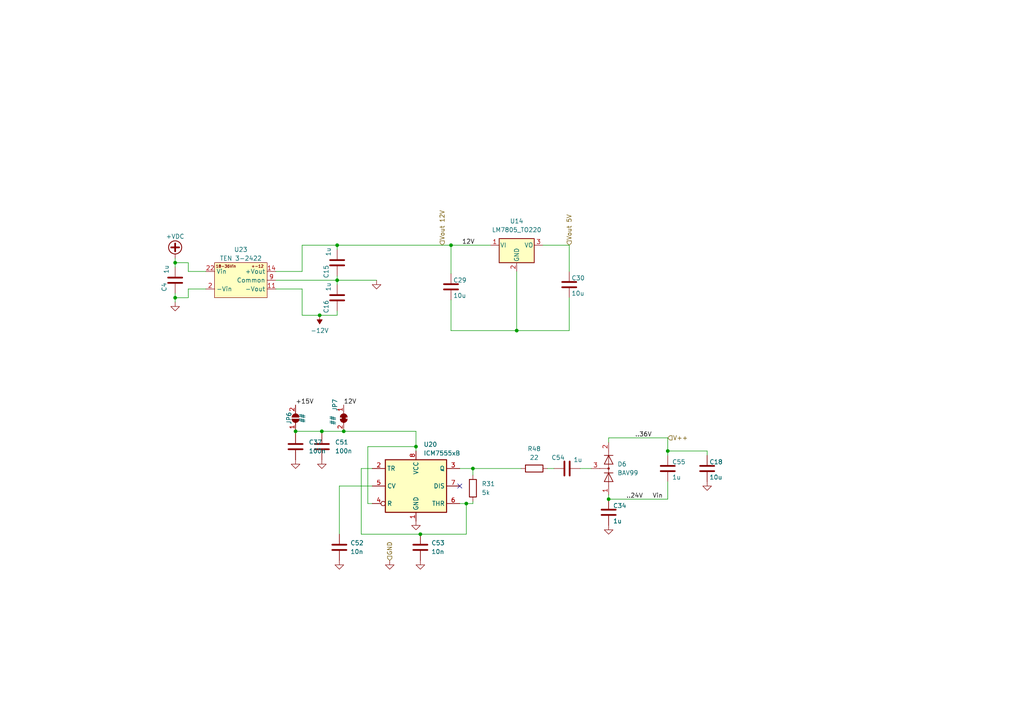
<source format=kicad_sch>
(kicad_sch (version 20231120) (generator "eeschema") (generator_version "8.0")
  (paper "A4")
  (lib_symbols
    (symbol "Device:C" (pin_numbers hide) (pin_names (offset 0.254))
      (property "Reference" "C" (at 0.635 2.54 0))
      (property "Value" "C" (at 0.635 -2.54 0))
      (symbol "C_0_1"
        (polyline (pts (xy -2.032 -0.762) (xy 2.032 -0.762)) (stroke (width 0.508)))
        (polyline (pts (xy -2.032 0.762) (xy 2.032 0.762)) (stroke (width 0.508)))
      )
      (symbol "C_1_1"
        (pin passive line (at 0 3.81 270) (length 2.794) (name "~") (number "1"))
        (pin passive line (at 0 -3.81 90) (length 2.794) (name "~") (number "2"))
      )
    )
    (symbol "Device:R" (pin_numbers hide) (pin_names (offset 0))
      (property "Reference" "R" (at 2.032 0 90))
      (property "Value" "R" (at 0 0 90))
      (symbol "R_0_1"
        (rectangle (start -1.016 -2.54) (end 1.016 2.54) (stroke (width 0.254)))
      )
      (symbol "R_1_1"
        (pin passive line (at 0 3.81 270) (length 1.27) (name "~") (number "1"))
        (pin passive line (at 0 -3.81 90) (length 1.27) (name "~") (number "2"))
      )
    )
    (symbol "Diode:BAV99" (pin_names hide)
      (property "Reference" "D" (at 0 5.08 0))
      (property "Value" "BAV99" (at 0 2.54 0))
      (symbol "BAV99_0_1"
        (polyline (pts (xy -5.08 0) (xy 5.08 0)))
      )
      (symbol "BAV99_1_1"
        (polyline (pts (xy 0 0) (xy 0 -2.54)))
        (polyline (pts (xy -1.27 -1.27) (xy -1.27 1.27) (xy -1.27 1.27)) (stroke (width 0.2032)))
        (polyline (pts (xy 3.81 1.27) (xy 3.81 -1.27) (xy 3.81 -1.27)) (stroke (width 0.2032)))
        (polyline (pts (xy -3.81 1.27) (xy -1.27 0) (xy -3.81 -1.27) (xy -3.81 1.27) (xy -3.81 1.27) (xy -3.81 1.27)) (stroke (width 0.2032)))
        (polyline (pts (xy 1.27 1.27) (xy 3.81 0) (xy 1.27 -1.27) (xy 1.27 1.27) (xy 1.27 1.27) (xy 1.27 1.27)) (stroke (width 0.2032)))
        (circle (center 0 0) (radius 0.254) (fill (type outline)))
        (pin passive line (at -7.62 0 0) (length 2.54) (name "K") (number "1"))
        (pin passive line (at 7.62 0 180) (length 2.54) (name "A") (number "2"))
        (pin passive line (at 0 -5.08 90) (length 2.54) (name "K") (number "3"))
      )
    )
    (symbol "Jumper:SolderJumper_2_Bridged" (pin_names (offset 0) hide)
      (property "Reference" "JP" (at 0 2.032 0))
      (property "Value" "SolderJumper_2_Bridged" (at 0 -2.54 0))
      (symbol "SolderJumper_2_Bridged_0_1"
        (rectangle (start -0.508 0.508) (end 0.508 -0.508) (fill (type outline)))
        (arc (start -0.254 1.016) (mid -1.2656 0) (end -0.254 -1.016))
        (arc (start -0.254 1.016) (mid -1.2656 0) (end -0.254 -1.016) (fill (type outline)))
        (polyline (pts (xy -0.254 1.016) (xy -0.254 -1.016)))
        (polyline (pts (xy 0.254 1.016) (xy 0.254 -1.016)))
        (arc (start 0.254 -1.016) (mid 1.2656 0) (end 0.254 1.016))
        (arc (start 0.254 -1.016) (mid 1.2656 0) (end 0.254 1.016) (fill (type outline)))
      )
      (symbol "SolderJumper_2_Bridged_1_1"
        (pin passive line (at -3.81 0 0) (length 2.54) (name "A") (number "1"))
        (pin passive line (at 3.81 0 180) (length 2.54) (name "B") (number "2"))
      )
    )
    (symbol "Jumper:SolderJumper_2_Open" (pin_names (offset 0) hide)
      (property "Reference" "JP" (at 0 2.032 0))
      (property "Value" "SolderJumper_2_Open" (at 0 -2.54 0))
      (symbol "SolderJumper_2_Open_0_1"
        (arc (start -0.254 1.016) (mid -1.2656 0) (end -0.254 -1.016))
        (arc (start -0.254 1.016) (mid -1.2656 0) (end -0.254 -1.016) (fill (type outline)))
        (polyline (pts (xy -0.254 1.016) (xy -0.254 -1.016)))
        (polyline (pts (xy 0.254 1.016) (xy 0.254 -1.016)))
        (arc (start 0.254 -1.016) (mid 1.2656 0) (end 0.254 1.016))
        (arc (start 0.254 -1.016) (mid 1.2656 0) (end 0.254 1.016) (fill (type outline)))
      )
      (symbol "SolderJumper_2_Open_1_1"
        (pin passive line (at -3.81 0 0) (length 2.54) (name "A") (number "1"))
        (pin passive line (at 3.81 0 180) (length 2.54) (name "B") (number "2"))
      )
    )
    (symbol "Regulator_Linear:LM7805_TO220" (pin_names (offset 0.254))
      (property "Reference" "U" (at -3.81 3.175 0))
      (property "Value" "LM7805_TO220" (at 0 3.175 0))
      (symbol "LM7805_TO220_0_1"
        (rectangle (start -5.08 1.905) (end 5.08 -5.08) (stroke (width 0.254)) (fill (type background)))
      )
      (symbol "LM7805_TO220_1_1"
        (pin power_in line (at -7.62 0 0) (length 2.54) (name "VI") (number "1"))
        (pin power_in line (at 0 -7.62 90) (length 2.54) (name "GND") (number "2"))
        (pin power_out line (at 7.62 0 180) (length 2.54) (name "VO") (number "3"))
      )
    )
    (symbol "SymbolLibary:TEN_3-2422"
      (property "Reference" "U" (at -6.858 6.35 0))
      (symbol "TEN_3-2422_1_1"
        (rectangle (start -7.62 5.08) (end 7.62 -5.08) (fill (type background)))
        (text "+-12" (at 4.826 4.064 0) (effects (font (size 0.8 0.8))))
        (text "18-36Vin" (at -4.318 4.064 0) (effects (font (size 0.8 0.8))))
        (pin power_out line (at 10.16 -2.54 180) (length 2.54) (name "-Vout") (number "11"))
        (pin power_out line (at 10.16 2.54 180) (length 2.54) (name "+Vout") (number "14"))
        (pin power_out line (at 10.16 0 180) (length 2.54) hide (name "Common") (number "16"))
        (pin power_in line (at -10.16 -2.54 0) (length 2.54) (name "-Vin") (number "2"))
        (pin power_in line (at -10.16 2.54 0) (length 2.54) (name "Vin") (number "22"))
        (pin power_in line (at -10.16 2.54 0) (length 2.54) hide (name "Vin") (number "23"))
        (pin power_in line (at -10.16 -2.54 0) (length 2.54) hide (name "-Vin") (number "3"))
        (pin power_out line (at 10.16 0 180) (length 2.54) (name "Common") (number "9"))
      )
    )
    (symbol "Timer:ICM7555xB"
      (property "Reference" "U" (at -10.16 8.89 0))
      (property "Value" "ICM7555xB" (at 2.54 8.89 0))
      (symbol "ICM7555xB_0_0"
        (pin power_in line (at 0 -10.16 90) (length 2.54) (name "GND") (number "1"))
        (pin power_in line (at 0 10.16 270) (length 2.54) (name "VCC") (number "8"))
      )
      (symbol "ICM7555xB_0_1"
        (rectangle (start -8.89 -7.62) (end 8.89 7.62) (stroke (width 0.254)) (fill (type background)))
        (rectangle (start -8.89 -7.62) (end 8.89 7.62) (stroke (width 0.254)) (fill (type background)))
      )
      (symbol "ICM7555xB_1_1"
        (pin input line (at -12.7 5.08 0) (length 3.81) (name "TR") (number "2"))
        (pin output line (at 12.7 5.08 180) (length 3.81) (name "Q") (number "3"))
        (pin input inverted (at -12.7 -5.08 0) (length 3.81) (name "R") (number "4"))
        (pin input line (at -12.7 0 0) (length 3.81) (name "CV") (number "5"))
        (pin input line (at 12.7 -5.08 180) (length 3.81) (name "THR") (number "6"))
        (pin input line (at 12.7 0 180) (length 3.81) (name "DIS") (number "7"))
      )
    )
    (symbol "power:+VDC" (power) (pin_names (offset 0))
      (property "Value" "+VDC" (at 0 6.35 0))
      (symbol "+VDC_0_1"
        (polyline (pts (xy -1.143 3.175) (xy 1.143 3.175)) (stroke (width 0.508)))
        (polyline (pts (xy 0 0) (xy 0 1.27)))
        (polyline (pts (xy 0 2.032) (xy 0 4.318)) (stroke (width 0.508)))
        (circle (center 0 3.175) (radius 1.905) (stroke (width 0.254)))
      )
      (symbol "+VDC_1_1"
        (pin power_in line (at 0 0 90) (length 0) hide (name "+VDC") (number "1"))
      )
    )
    (symbol "power:-12V" (power) (pin_names (offset 0))
      (property "Value" "-12V" (at 0 3.81 0))
      (symbol "-12V_0_0"
        (pin power_in line (at 0 0 90) (length 0) hide (name "-12V") (number "1"))
      )
      (symbol "-12V_0_1"
        (polyline (pts (xy 0 0) (xy 0 1.27) (xy 0.762 1.27) (xy 0 2.54) (xy -0.762 1.27) (xy 0 1.27)) (fill (type outline)))
      )
    )
    (symbol "power:GND" (power) (pin_names (offset 0))
      (property "Value" "GND" (at 0 -3.81 0))
      (symbol "GND_0_1"
        (polyline (pts (xy 0 0) (xy 0 -1.27) (xy 1.27 -1.27) (xy 0 -2.54) (xy -1.27 -1.27) (xy 0 -1.27)))
      )
      (symbol "GND_1_1"
        (pin power_in line (at 0 0 270) (length 0) hide (name "GND") (number "1"))
      )
    )
  )
  (junction (at 193.675 130.81))
  (junction (at 99.695 125.095))
  (junction (at 176.53 144.78))
  (junction (at 135.255 146.05))
  (junction (at 97.79 71.12))
  (junction (at 92.71 91.44))
  (junction (at 85.725 125.095))
  (junction (at 97.79 81.28))
  (junction (at 130.81 71.12))
  (junction (at 50.8 86.36))
  (junction (at 93.345 125.095))
  (junction (at 121.92 154.94))
  (junction (at 50.8 76.2))
  (junction (at 120.65 129.54))
  (junction (at 137.16 135.89))
  (junction (at 149.86 95.885))
  (no_connect (at 133.35 140.97))
  (wire (pts (xy 97.79 80.01) (xy 97.79 81.28)))
  (wire (pts (xy 205.105 130.81) (xy 193.675 130.81)))
  (wire (pts (xy 130.81 86.995) (xy 130.81 95.885)))
  (wire (pts (xy 92.71 91.44) (xy 97.79 91.44)))
  (wire (pts (xy 130.81 71.12) (xy 142.24 71.12)))
  (wire (pts (xy 165.1 86.36) (xy 165.1 95.885)))
  (wire (pts (xy 87.63 83.82) (xy 87.63 91.44)))
  (wire (pts (xy 80.01 83.82) (xy 87.63 83.82)))
  (wire (pts (xy 120.65 129.54) (xy 120.65 130.81)))
  (wire (pts (xy 149.86 78.74) (xy 149.86 95.885)))
  (wire (pts (xy 176.53 127) (xy 193.675 127)))
  (wire (pts (xy 97.79 81.28) (xy 97.79 82.55)))
  (wire (pts (xy 120.65 125.095) (xy 120.65 129.54)))
  (wire (pts (xy 98.425 154.94) (xy 98.425 140.97)))
  (wire (pts (xy 135.255 146.05) (xy 137.16 146.05)))
  (wire (pts (xy 176.53 128.27) (xy 176.53 127)))
  (wire (pts (xy 106.68 129.54) (xy 120.65 129.54)))
  (wire (pts (xy 104.775 135.89) (xy 104.775 154.94)))
  (wire (pts (xy 54.61 83.82) (xy 59.69 83.82)))
  (wire (pts (xy 193.675 127) (xy 193.675 130.81)))
  (wire (pts (xy 137.16 145.415) (xy 137.16 146.05)))
  (wire (pts (xy 97.79 81.28) (xy 109.22 81.28)))
  (wire (pts (xy 50.8 76.2) (xy 50.8 77.47)))
  (wire (pts (xy 106.68 146.05) (xy 106.68 129.54)))
  (wire (pts (xy 193.675 144.78) (xy 193.675 139.7)))
  (wire (pts (xy 107.95 135.89) (xy 104.775 135.89)))
  (wire (pts (xy 135.255 146.05) (xy 133.35 146.05)))
  (wire (pts (xy 165.1 71.12) (xy 157.48 71.12)))
  (wire (pts (xy 97.79 71.12) (xy 97.79 72.39)))
  (wire (pts (xy 54.61 86.36) (xy 54.61 83.82)))
  (wire (pts (xy 149.86 95.885) (xy 130.81 95.885)))
  (wire (pts (xy 176.53 144.78) (xy 193.675 144.78)))
  (wire (pts (xy 193.675 130.81) (xy 193.675 132.08)))
  (wire (pts (xy 98.425 140.97) (xy 107.95 140.97)))
  (wire (pts (xy 85.725 125.73) (xy 85.725 125.095)))
  (wire (pts (xy 137.16 135.89) (xy 137.16 137.795)))
  (wire (pts (xy 59.69 78.74) (xy 54.61 78.74)))
  (wire (pts (xy 99.695 125.095) (xy 120.65 125.095)))
  (wire (pts (xy 50.8 85.09) (xy 50.8 86.36)))
  (wire (pts (xy 121.92 154.94) (xy 135.255 154.94)))
  (wire (pts (xy 137.16 135.89) (xy 151.13 135.89)))
  (wire (pts (xy 205.105 132.08) (xy 205.105 130.81)))
  (wire (pts (xy 50.8 74.93) (xy 50.8 76.2)))
  (wire (pts (xy 50.8 86.36) (xy 54.61 86.36)))
  (wire (pts (xy 135.255 154.94) (xy 135.255 146.05)))
  (wire (pts (xy 97.79 90.17) (xy 97.79 91.44)))
  (wire (pts (xy 168.275 135.89) (xy 171.45 135.89)))
  (wire (pts (xy 158.75 135.89) (xy 160.655 135.89)))
  (wire (pts (xy 165.1 95.885) (xy 149.86 95.885)))
  (wire (pts (xy 50.8 76.2) (xy 54.61 76.2)))
  (wire (pts (xy 165.1 78.74) (xy 165.1 71.12)))
  (wire (pts (xy 87.63 78.74) (xy 87.63 71.12)))
  (wire (pts (xy 87.63 91.44) (xy 92.71 91.44)))
  (wire (pts (xy 93.345 125.095) (xy 99.695 125.095)))
  (wire (pts (xy 176.53 143.51) (xy 176.53 144.78)))
  (wire (pts (xy 107.95 146.05) (xy 106.68 146.05)))
  (wire (pts (xy 85.725 125.095) (xy 93.345 125.095)))
  (wire (pts (xy 104.775 154.94) (xy 121.92 154.94)))
  (wire (pts (xy 87.63 71.12) (xy 97.79 71.12)))
  (wire (pts (xy 80.01 78.74) (xy 87.63 78.74)))
  (wire (pts (xy 93.345 125.73) (xy 93.345 125.095)))
  (wire (pts (xy 80.01 81.28) (xy 97.79 81.28)))
  (wire (pts (xy 133.35 135.89) (xy 137.16 135.89)))
  (wire (pts (xy 130.81 71.12) (xy 130.81 79.375)))
  (wire (pts (xy 54.61 78.74) (xy 54.61 76.2)))
  (wire (pts (xy 97.79 71.12) (xy 130.81 71.12)))
  (wire (pts (xy 50.8 86.36) (xy 50.8 87.63)))
  (label "..36V" (at 184.15 127 0))
  (label "12V" (at 99.695 117.475 0))
  (label "Vin" (at 189.23 144.78 0))
  (label "..24V" (at 181.61 144.78 0))
  (label "+15V" (at 85.725 117.475 0))
  (label "12V" (at 133.985 71.12 0))
  (hierarchical_label "Vout 5V" (shape input) (at 165.1 71.12 90))
  (hierarchical_label "Vout 12V" (shape input) (at 128.27 71.12 90))
  (hierarchical_label "GND" (shape input) (at 113.03 162.56 90))
  (hierarchical_label "V++" (shape input) (at 193.675 127 0))
  (symbol (lib_id "power:GND") (at 50.8 87.63 0) (unit 1)
    (property "Reference" "#PWR024" (effects (hide yes)))
    (property "Value" "GND" (effects (hide yes)))
  )
  (symbol (lib_id "power:+VDC") (at 50.8 74.93 0) (unit 1)
    (property "Reference" "#PWR023" (effects (hide yes)))
    (property "Value" "+VDC" (at 50.8 68.58 0))
  )
  (symbol (lib_id "Device:C") (at 93.345 129.54 0) (unit 1)
    (property "Reference" "C51" (at 97.155 128.2699 0) (effects (justify left)))
    (property "Value" "100n" (at 97.155 130.8099 0) (effects (justify left)))
    (property "Footprint" "Capacitor_SMD:C_0603_1608Metric" (effects (hide yes)))
    (property "Description" "Unpolarized capacitor" (effects (hide yes)))
  )
  (symbol (lib_id "SymbolLibary:TEN_3-2422") (at 69.85 81.28 0) (unit 1)
    (property "Reference" "U23" (at 69.85 72.39 0))
    (property "Value" "TEN 3-2422" (at 69.85 74.93 0))
    (property "Footprint" "Library:Traco TEN 3-2422" (effects (hide yes)))
  )
  (symbol (lib_id "Jumper:SolderJumper_2_Bridged") (at 99.695 121.285 270) (unit 1)
    (property "Reference" "JP7" (at 97.155 117.475 0))
    (property "Value" "##" (at 96.52 121.92 0))
    (property "Footprint" "Jumper:SolderJumper-2_P1.3mm_Bridged2Bar_RoundedPad1.0x1.5mm" (effects (hide yes)))
    (property "Description" "Solder Jumper, 2-pole, closed/bridged" (effects (hide yes)))
  )
  (symbol (lib_id "Jumper:SolderJumper_2_Open") (at 85.725 121.285 90) (unit 1)
    (property "Reference" "JP6" (at 83.82 121.285 0))
    (property "Value" "##" (at 87.63 121.285 0))
    (property "Footprint" "Jumper:SolderJumper-2_P1.3mm_Open_RoundedPad1.0x1.5mm" (effects (hide yes)))
    (property "Description" "Solder Jumper, 2-pole, open" (effects (hide yes)))
  )
  (symbol (lib_id "Device:C") (at 205.105 135.89 0) (unit 1)
    (property "Reference" "C18" (at 205.74 133.985 0) (effects (justify left)))
    (property "Value" "10u" (at 205.74 138.43 0) (effects (justify left)))
    (property "Footprint" "Capacitor_SMD:C_1206_3216Metric" (effects (hide yes)))
  )
  (symbol (lib_id "Device:C") (at 164.465 135.89 90) (unit 1)
    (property "Reference" "C54" (at 163.83 132.715 90) (effects (justify left)))
    (property "Value" "1u" (at 168.91 133.35 90) (effects (justify left)))
    (property "Footprint" "Capacitor_SMD:C_1206_3216Metric" (effects (hide yes)))
    (property "Description" "Unpolarized capacitor" (effects (hide yes)))
  )
  (symbol (lib_id "Device:C") (at 97.79 86.36 180) (unit 1)
    (property "Reference" "C16" (at 94.615 86.995 90) (effects (justify left)))
    (property "Value" "1u" (at 95.25 81.915 90) (effects (justify left)))
    (property "Footprint" "Capacitor_SMD:C_1206_3216Metric" (effects (hide yes)))
    (property "Description" "Unpolarized capacitor" (effects (hide yes)))
  )
  (symbol (lib_id "Device:C") (at 176.53 148.59 0) (unit 1)
    (property "Reference" "C34" (at 177.8 146.685 0) (effects (justify left)))
    (property "Value" "1u" (at 177.8 151.13 0) (effects (justify left)))
    (property "Footprint" "Capacitor_SMD:C_1206_3216Metric" (effects (hide yes)))
    (property "Description" "Unpolarized capacitor" (effects (hide yes)))
  )
  (symbol (lib_id "power:GND") (at 85.725 133.35 0) (unit 1)
    (property "Reference" "#PWR0117" (effects (hide yes)))
    (property "Value" "GND" (effects (hide yes)))
    (property "Description" "Power symbol creates a global label with name \"GND\" , ground" (effects (hide yes)))
  )
  (symbol (lib_id "power:GND") (at 121.92 162.56 0) (unit 1)
    (property "Reference" "#PWR0127" (effects (hide yes)))
    (property "Value" "GND" (effects (hide yes)))
    (property "Description" "Power symbol creates a global label with name \"GND\" , ground" (effects (hide yes)))
  )
  (symbol (lib_id "Device:C") (at 193.675 135.89 0) (unit 1)
    (property "Reference" "C55" (at 194.945 133.985 0) (effects (justify left)))
    (property "Value" "1u" (at 194.945 138.43 0) (effects (justify left)))
    (property "Footprint" "Capacitor_SMD:C_1206_3216Metric" (effects (hide yes)))
    (property "Description" "Unpolarized capacitor" (effects (hide yes)))
  )
  (symbol (lib_id "Device:C") (at 98.425 158.75 0) (unit 1)
    (property "Reference" "C52" (at 101.6 157.4799 0) (effects (justify left)))
    (property "Value" "10n" (at 101.6 160.0199 0) (effects (justify left)))
    (property "Footprint" "Capacitor_SMD:C_0603_1608Metric" (effects (hide yes)))
    (property "Description" "Unpolarized capacitor" (effects (hide yes)))
  )
  (symbol (lib_id "Device:C") (at 165.1 82.55 0) (unit 1)
    (property "Reference" "C30" (at 165.735 80.645 0) (effects (justify left)))
    (property "Value" "10u" (at 165.735 85.09 0) (effects (justify left)))
    (property "Footprint" "Capacitor_SMD:C_1206_3216Metric" (effects (hide yes)))
  )
  (symbol (lib_id "power:GND") (at 120.65 151.13 0) (unit 1)
    (property "Reference" "#PWR0126" (effects (hide yes)))
    (property "Value" "GND" (effects (hide yes)))
    (property "Description" "Power symbol creates a global label with name \"GND\" , ground" (effects (hide yes)))
  )
  (symbol (lib_id "Timer:ICM7555xB") (at 120.65 140.97 0) (unit 1)
    (property "Reference" "U20" (at 122.8441 128.905 0) (effects (justify left)))
    (property "Value" "ICM7555xB" (at 122.8441 131.445 0) (effects (justify left)))
    (property "Footprint" "Package_SO:SOIC-8_3.9x4.9mm_P1.27mm" (effects (hide yes)))
    (property "Datasheet" "http://www.intersil.com/content/dam/Intersil/documents/icm7/icm7555-56.pdf" (effects (hide yes)))
    (property "Description" "CMOS General Purpose Timer, 555 compatible, SOIC-8" (effects (hide yes)))
  )
  (symbol (lib_id "power:GND") (at 93.345 133.35 0) (unit 1)
    (property "Reference" "#PWR0118" (effects (hide yes)))
    (property "Value" "GND" (effects (hide yes)))
    (property "Description" "Power symbol creates a global label with name \"GND\" , ground" (effects (hide yes)))
  )
  (symbol (lib_id "Device:C") (at 85.725 129.54 0) (unit 1)
    (property "Reference" "C37" (at 89.535 128.2699 0) (effects (justify left)))
    (property "Value" "100n" (at 89.535 130.8099 0) (effects (justify left)))
    (property "Footprint" "Capacitor_SMD:C_0603_1608Metric" (effects (hide yes)))
    (property "Description" "Unpolarized capacitor" (effects (hide yes)))
  )
  (symbol (lib_id "power:GND") (at 205.105 139.7 0) (unit 1)
    (property "Reference" "#PWR0128" (effects (hide yes)))
    (property "Value" "GND" (effects (hide yes)))
    (property "Description" "Power symbol creates a global label with name \"GND\" , ground" (effects (hide yes)))
  )
  (symbol (lib_id "Device:C") (at 130.81 83.185 0) (unit 1)
    (property "Reference" "C29" (at 131.445 81.28 0) (effects (justify left)))
    (property "Value" "10u" (at 131.445 85.725 0) (effects (justify left)))
    (property "Footprint" "Capacitor_SMD:C_1206_3216Metric" (effects (hide yes)))
  )
  (symbol (lib_id "Device:R") (at 137.16 141.605 180) (unit 1)
    (property "Reference" "R31" (at 139.7 140.3349 0) (effects (justify right)))
    (property "Value" "5k" (at 139.7 142.8749 0) (effects (justify right)))
    (property "Footprint" "Resistor_SMD:R_0603_1608Metric" (effects (hide yes)))
    (property "Description" "Resistor" (effects (hide yes)))
  )
  (symbol (lib_id "power:GND") (at 113.03 162.56 0) (unit 1)
    (property "Reference" "#PWR0125" (effects (hide yes)))
    (property "Value" "GND" (effects (hide yes)))
    (property "Description" "Power symbol creates a global label with name \"GND\" , ground" (effects (hide yes)))
  )
  (symbol (lib_id "Device:R") (at 154.94 135.89 90) (unit 1)
    (property "Reference" "R48" (at 154.94 130.175 90))
    (property "Value" "22" (at 154.94 132.715 90))
    (property "Footprint" "Resistor_SMD:R_0603_1608Metric" (effects (hide yes)))
    (property "Description" "Resistor" (effects (hide yes)))
  )
  (symbol (lib_id "Device:C") (at 50.8 81.28 180) (unit 1)
    (property "Reference" "C4" (at 47.625 81.915 90) (effects (justify left)))
    (property "Value" "1u" (at 48.26 76.835 90) (effects (justify left)))
    (property "Footprint" "Capacitor_SMD:C_1206_3216Metric" (effects (hide yes)))
    (property "Description" "Unpolarized capacitor" (effects (hide yes)))
  )
  (symbol (lib_id "power:GND") (at 176.53 152.4 0) (unit 1)
    (property "Reference" "#PWR0133" (effects (hide yes)))
    (property "Value" "GND" (effects (hide yes)))
    (property "Description" "Power symbol creates a global label with name \"GND\" , ground" (effects (hide yes)))
  )
  (symbol (lib_id "Device:C") (at 97.79 76.2 180) (unit 1)
    (property "Reference" "C15" (at 94.615 76.835 90) (effects (justify left)))
    (property "Value" "1u" (at 95.25 71.755 90) (effects (justify left)))
    (property "Footprint" "Capacitor_SMD:C_1206_3216Metric" (effects (hide yes)))
    (property "Description" "Unpolarized capacitor" (effects (hide yes)))
  )
  (symbol (lib_id "Device:C") (at 121.92 158.75 0) (unit 1)
    (property "Reference" "C53" (at 125.095 157.4799 0) (effects (justify left)))
    (property "Value" "10n" (at 125.095 160.0199 0) (effects (justify left)))
    (property "Footprint" "Capacitor_SMD:C_0603_1608Metric" (effects (hide yes)))
    (property "Description" "Unpolarized capacitor" (effects (hide yes)))
  )
  (symbol (lib_id "power:GND") (at 98.425 162.56 0) (unit 1)
    (property "Reference" "#PWR0124" (effects (hide yes)))
    (property "Value" "GND" (effects (hide yes)))
    (property "Description" "Power symbol creates a global label with name \"GND\" , ground" (effects (hide yes)))
  )
  (symbol (lib_id "power:GND") (at 109.22 81.28 0) (unit 1)
    (property "Reference" "#PWR048" (effects (hide yes)))
    (property "Value" "GND" (effects (hide yes)))
  )
  (symbol (lib_id "Diode:BAV99") (at 176.53 135.89 270) (mirror x) (unit 1)
    (property "Reference" "D6" (at 179.07 134.6199 90) (effects (justify left)))
    (property "Value" "BAV99" (at 179.07 137.1599 90) (effects (justify left)))
    (property "Footprint" "Package_TO_SOT_SMD:SOT-23-3" (effects (hide yes)))
    (property "Datasheet" "https://assets.nexperia.com/documents/data-sheet/BAV99_SER.pdf" (effects (hide yes)))
    (property "Description" "BAV99 High-speed switching diodes, SOT-23" (effects (hide yes)))
  )
  (symbol (lib_id "power:-12V") (at 92.71 91.44 180) (unit 1)
    (property "Reference" "#PWR049" (effects (hide yes)))
    (property "Value" "-12V" (at 92.71 95.885 0))
  )
  (symbol (lib_id "Regulator_Linear:LM7805_TO220") (at 149.86 71.12 0) (unit 1)
    (property "Reference" "U14" (at 149.86 64.135 0))
    (property "Value" "LM7805_TO220" (at 149.86 66.675 0))
    (property "Footprint" "Package_TO_SOT_THT:TO-220-3_Vertical" (effects (hide yes)))
    (property "Datasheet" "https://www.onsemi.cn/PowerSolutions/document/MC7800-D.PDF" (effects (hide yes)))
    (property "Description" "Positive 1A 35V Linear Regulator, Fixed Output 5V, TO-220" (effects (hide yes)))
  )
)
</source>
